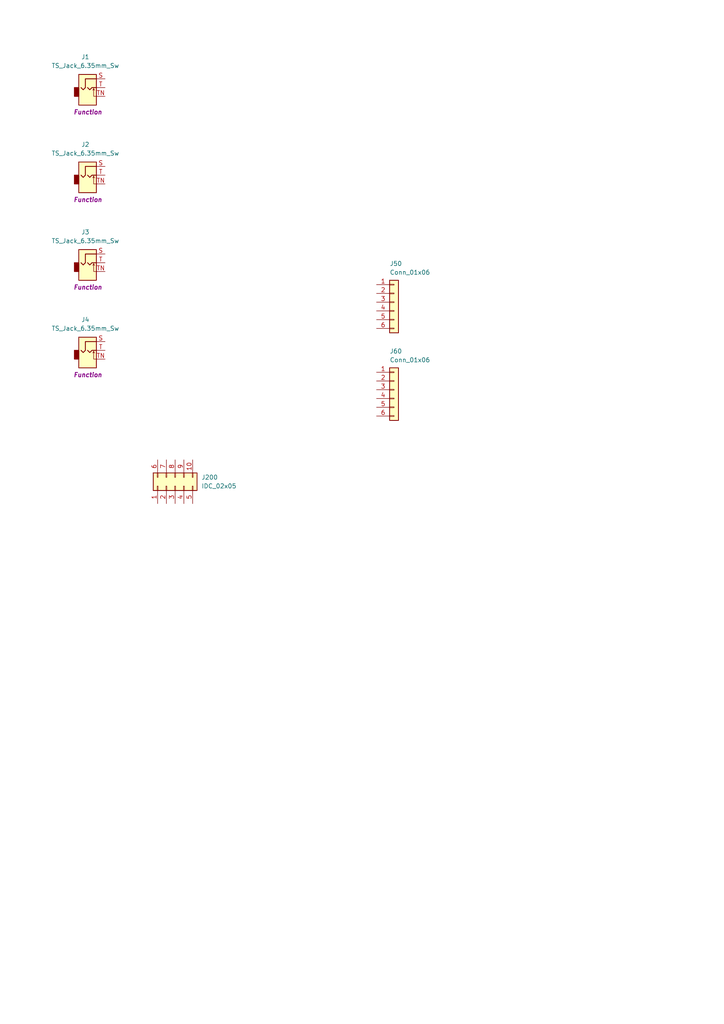
<source format=kicad_sch>
(kicad_sch (version 20231120) (generator "eeschema") (generator_version "8.0")
  (paper "A4" portrait)
  (title_block (company "DMH Instruments") (comment 1 "PCB for 5 cm Kosmo format synthesizer module"))
  (lib_symbols
    (symbol "Connector_Generic:Conn_01x06" (pin_names (offset 1.016) hide)
      (property "Reference" "J" (at 0 7.62 0))
      (property "Value" "Conn_01x06" (at 0 -10.16 0))
      (symbol "Conn_01x06_1_1"
        (rectangle (start -1.27 -7.493) (end 0 -7.747) (stroke (width 0.1524)))
        (rectangle (start -1.27 -4.953) (end 0 -5.207) (stroke (width 0.1524)))
        (rectangle (start -1.27 -2.413) (end 0 -2.667) (stroke (width 0.1524)))
        (rectangle (start -1.27 0.127) (end 0 -0.127) (stroke (width 0.1524)))
        (rectangle (start -1.27 2.667) (end 0 2.413) (stroke (width 0.1524)))
        (rectangle (start -1.27 5.207) (end 0 4.953) (stroke (width 0.1524)))
        (rectangle (start -1.27 6.35) (end 1.27 -8.89) (stroke (width 0.254)) (fill (type background)))
        (pin passive line (at -5.08 5.08 0) (length 3.81) (name "Pin_1") (number "1"))
        (pin passive line (at -5.08 2.54 0) (length 3.81) (name "Pin_2") (number "2"))
        (pin passive line (at -5.08 0 0) (length 3.81) (name "Pin_3") (number "3"))
        (pin passive line (at -5.08 -2.54 0) (length 3.81) (name "Pin_4") (number "4"))
        (pin passive line (at -5.08 -5.08 0) (length 3.81) (name "Pin_5") (number "5"))
        (pin passive line (at -5.08 -7.62 0) (length 3.81) (name "Pin_6") (number "6"))
      )
    )
    (symbol "SynthStuff:BackBone_Connector_10Pin" (pin_names (offset 1.016) hide)
      (property "Reference" "J" (at 0 -10.922 0))
      (property "Value" "IDC_02x05" (at 0 -8.382 0))
      (symbol "BackBone_Connector_10Pin_1_1"
        (rectangle (start -2.54 -4.953) (end -1.27 -5.207) (stroke (width 0.1524)))
        (rectangle (start -2.54 -2.413) (end -1.27 -2.667) (stroke (width 0.1524)))
        (rectangle (start -2.54 0.127) (end -1.27 -0.127) (stroke (width 0.1524)))
        (rectangle (start -2.54 2.667) (end -1.27 2.413) (stroke (width 0.1524)))
        (rectangle (start -2.54 5.207) (end -1.27 4.953) (stroke (width 0.1524)))
        (rectangle (start -2.54 6.35) (end 2.54 -6.35) (stroke (width 0.254)) (fill (type background)))
        (rectangle (start 2.54 -4.953) (end 1.27 -5.207) (stroke (width 0.1524)))
        (rectangle (start 2.54 -2.413) (end 1.27 -2.667) (stroke (width 0.1524)))
        (rectangle (start 2.54 0.127) (end 1.27 -0.127) (stroke (width 0.1524)))
        (rectangle (start 2.54 2.667) (end 1.27 2.413) (stroke (width 0.1524)))
        (rectangle (start 2.54 5.207) (end 1.27 4.953) (stroke (width 0.1524)))
        (pin passive line (at -6.35 5.08 0) (length 3.81) (name "Pin_1") (number "1"))
        (pin passive line (at 6.35 -5.08 180) (length 3.81) (name "Pin_10") (number "10"))
        (pin passive line (at -6.35 2.54 0) (length 3.81) (name "Pin_2") (number "2"))
        (pin passive line (at -6.35 0 0) (length 3.81) (name "Pin_3") (number "3"))
        (pin passive line (at -6.35 -2.54 0) (length 3.81) (name "Pin_4") (number "4"))
        (pin passive line (at -6.35 -5.08 0) (length 3.81) (name "Pin_5") (number "5"))
        (pin passive line (at 6.35 5.08 180) (length 3.81) (name "Pin_6") (number "6"))
        (pin passive line (at 6.35 2.54 180) (length 3.81) (name "Pin_7") (number "7"))
        (pin passive line (at 6.35 0 180) (length 3.81) (name "Pin_8") (number "8"))
        (pin passive line (at 6.35 -2.54 180) (length 3.81) (name "Pin_9") (number "9"))
      )
    )
    (symbol "SynthStuff:TS_Jack_6.35mm_Sw"
      (property "Reference" "J" (at -0.635 8.89 0))
      (property "Value" "TS_Jack_6.35mm_Sw" (at -0.635 6.35 0))
      (symbol "TS_Jack_6.35mm_Sw_0_1"
        (rectangle (start -2.54 0) (end -3.81 -2.54) (stroke (width 0.254)) (fill (type outline)))
        (polyline (pts (xy 1.778 -0.254) (xy 2.032 -0.762)))
        (polyline (pts (xy 0 0) (xy 0.635 -0.635) (xy 1.27 0) (xy 2.54 0)) (stroke (width 0.254)))
        (polyline (pts (xy 2.54 -2.54) (xy 1.778 -2.54) (xy 1.778 -0.254) (xy 1.524 -0.762)))
        (polyline (pts (xy 2.54 2.54) (xy -0.635 2.54) (xy -0.635 0) (xy -1.27 -0.635) (xy -1.905 0)) (stroke (width 0.254)))
        (rectangle (start 2.54 3.81) (end -2.54 -5.08) (stroke (width 0.254)) (fill (type background)))
      )
      (symbol "TS_Jack_6.35mm_Sw_1_1"
        (pin passive line (at 5.08 2.54 180) (length 2.54) (name "~") (number "S"))
        (pin passive line (at 5.08 0 180) (length 2.54) (name "~") (number "T"))
        (pin passive line (at 5.08 -2.54 180) (length 2.54) (name "~") (number "TN"))
      )
    )
  )
  (symbol (lib_id "Connector_Generic:Conn_01x06") (at 114.3 87.63 0) (unit 1)
    (property "Reference" "J50" (at 113.03 76.454 0) (effects (justify left)))
    (property "Value" "Conn_01x06" (at 113.03 78.994 0) (effects (justify left)))
    (property "Footprint" "Connector_PinSocket_2.54mm:PinSocket_1x06_P2.54mm_Vertical" (effects (hide yes)))
    (property "Description" "Generic connector, single row, 01x06, script generated (kicad-library-utils/schlib/autogen/connector/)" (effects (hide yes)))
  )
  (symbol (lib_id "SynthStuff:BackBone_Connector_10Pin") (at 50.8 139.7 90) (unit 1)
    (property "Reference" "J200" (at 58.42 138.4299 90) (effects (justify right)))
    (property "Value" "IDC_02x05" (at 58.42 140.9699 90) (effects (justify right)))
    (property "Footprint" "SynthStuff:IDC-Header_2x05_P2.54mm_Vertical_BackBone" (effects (hide yes)))
    (property "Description" "IDC jack, 2x5 pins, row a carries same signals as row b." (effects (hide yes)))
  )
  (symbol (lib_id "Connector_Generic:Conn_01x06") (at 114.3 113.03 0) (unit 1)
    (property "Reference" "J60" (at 113.03 101.854 0) (effects (justify left)))
    (property "Value" "Conn_01x06" (at 113.03 104.394 0) (effects (justify left)))
    (property "Footprint" "Connector_PinSocket_2.54mm:PinSocket_1x06_P2.54mm_Vertical" (effects (hide yes)))
    (property "Description" "Generic connector, single row, 01x06, script generated (kicad-library-utils/schlib/autogen/connector/)" (effects (hide yes)))
  )
  (symbol (lib_id "SynthStuff:TS_Jack_6.35mm_Sw") (at 25.4 76.2 0) (unit 1)
    (property "Reference" "J3" (at 24.765 67.31 0))
    (property "Value" "TS_Jack_6.35mm_Sw" (at 24.765 69.85 0))
    (property "Footprint" "SynthStuff:CUI_MJ-63052A" (effects (hide yes)))
    (property "Description" "Audio Jack, 2 Poles (Mono / TS), Switched T Pole (Normalling), 6.35mm, 1/4inch" (effects (hide yes)))
    (property "Function" "Function" (at 25.4 83.312 0) (effects (font (thickness 0.254) (bold yes) (italic yes))))
  )
  (symbol (lib_id "SynthStuff:TS_Jack_6.35mm_Sw") (at 25.4 101.6 0) (unit 1)
    (property "Reference" "J4" (at 24.765 92.71 0))
    (property "Value" "TS_Jack_6.35mm_Sw" (at 24.765 95.25 0))
    (property "Footprint" "SynthStuff:CUI_MJ-63052A" (effects (hide yes)))
    (property "Description" "Audio Jack, 2 Poles (Mono / TS), Switched T Pole (Normalling), 6.35mm, 1/4inch" (effects (hide yes)))
    (property "Function" "Function" (at 25.4 108.712 0) (effects (font (thickness 0.254) (bold yes) (italic yes))))
  )
  (symbol (lib_id "SynthStuff:TS_Jack_6.35mm_Sw") (at 25.4 25.4 0) (unit 1)
    (property "Reference" "J1" (at 24.765 16.51 0))
    (property "Value" "TS_Jack_6.35mm_Sw" (at 24.765 19.05 0))
    (property "Footprint" "SynthStuff:CUI_MJ-63052A" (effects (hide yes)))
    (property "Description" "Audio Jack, 2 Poles (Mono / TS), Switched T Pole (Normalling), 6.35mm, 1/4inch" (effects (hide yes)))
    (property "Function" "Function" (at 25.4 32.512 0) (effects (font (thickness 0.254) (bold yes) (italic yes))))
  )
  (symbol (lib_id "SynthStuff:TS_Jack_6.35mm_Sw") (at 25.4 50.8 0) (unit 1)
    (property "Reference" "J2" (at 24.765 41.91 0))
    (property "Value" "TS_Jack_6.35mm_Sw" (at 24.765 44.45 0))
    (property "Footprint" "SynthStuff:CUI_MJ-63052A" (effects (hide yes)))
    (property "Description" "Audio Jack, 2 Poles (Mono / TS), Switched T Pole (Normalling), 6.35mm, 1/4inch" (effects (hide yes)))
    (property "Function" "Function" (at 25.4 57.912 0) (effects (font (thickness 0.254) (bold yes) (italic yes))))
  )
)
</source>
